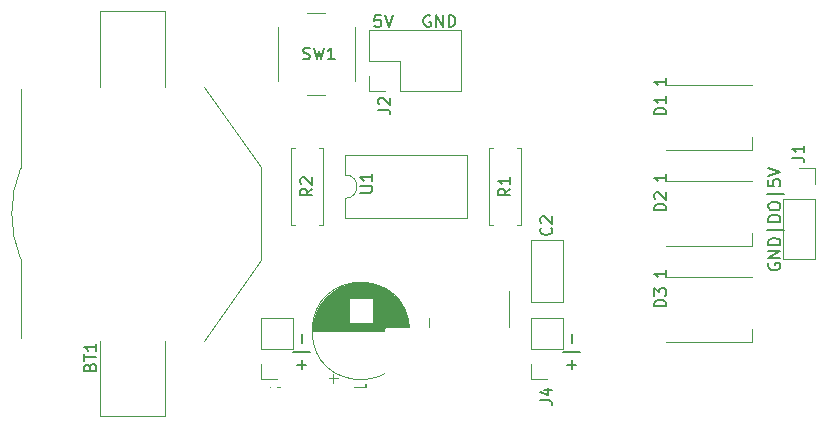
<source format=gto>
G04 #@! TF.GenerationSoftware,KiCad,Pcbnew,5.1.6-c6e7f7d~87~ubuntu20.04.1*
G04 #@! TF.CreationDate,2020-07-30T22:17:07+05:30*
G04 #@! TF.ProjectId,tiny_blinky,74696e79-5f62-46c6-996e-6b792e6b6963,rev1*
G04 #@! TF.SameCoordinates,Original*
G04 #@! TF.FileFunction,Legend,Top*
G04 #@! TF.FilePolarity,Positive*
%FSLAX46Y46*%
G04 Gerber Fmt 4.6, Leading zero omitted, Abs format (unit mm)*
G04 Created by KiCad (PCBNEW 5.1.6-c6e7f7d~87~ubuntu20.04.1) date 2020-07-30 22:17:07*
%MOMM*%
%LPD*%
G01*
G04 APERTURE LIST*
%ADD10C,0.120000*%
%ADD11C,0.150000*%
%ADD12C,0.203200*%
%ADD13R,5.200000X5.200000*%
%ADD14C,15.340000*%
%ADD15C,2.100000*%
%ADD16R,1.700000X1.700000*%
%ADD17C,1.700000*%
%ADD18R,1.600000X1.100000*%
%ADD19C,6.500000*%
%ADD20C,0.900000*%
%ADD21R,1.800000X1.800000*%
%ADD22O,1.800000X1.800000*%
%ADD23O,1.700000X1.700000*%
%ADD24R,3.900000X2.100000*%
%ADD25R,1.600000X2.100000*%
%ADD26C,0.254000*%
G04 APERTURE END LIST*
D10*
X50082000Y-33655000D02*
X50082000Y-40050000D01*
X55582000Y-33655000D02*
X50082000Y-33655000D01*
X55582000Y-40050000D02*
X55582000Y-33655000D01*
X55582000Y-67945000D02*
X55582000Y-61550000D01*
X50082000Y-67945000D02*
X55582000Y-67945000D01*
X50082000Y-61550000D02*
X50082000Y-67945000D01*
X43332000Y-40250000D02*
X43332000Y-46950000D01*
X43332000Y-61350000D02*
X43332000Y-54650000D01*
X63682000Y-46850000D02*
X58882000Y-40050000D01*
X63682000Y-54750000D02*
X63682000Y-46850000D01*
X58882000Y-61600000D02*
X63682000Y-54750000D01*
X43330536Y-54646385D02*
G75*
G02*
X43332000Y-46950000I9501464J3846385D01*
G01*
X67612000Y-40786000D02*
X69112000Y-40786000D01*
X71612000Y-39536000D02*
X71612000Y-35036000D01*
X69112000Y-33786000D02*
X67612000Y-33786000D01*
X65112000Y-35036000D02*
X65112000Y-39536000D01*
X69421000Y-64743698D02*
X70221000Y-64743698D01*
X69821000Y-65143698D02*
X69821000Y-64343698D01*
X71603000Y-56653000D02*
X72669000Y-56653000D01*
X71368000Y-56693000D02*
X72904000Y-56693000D01*
X71188000Y-56733000D02*
X73084000Y-56733000D01*
X71038000Y-56773000D02*
X73234000Y-56773000D01*
X70907000Y-56813000D02*
X73365000Y-56813000D01*
X70790000Y-56853000D02*
X73482000Y-56853000D01*
X70683000Y-56893000D02*
X73589000Y-56893000D01*
X70584000Y-56933000D02*
X73688000Y-56933000D01*
X70491000Y-56973000D02*
X73781000Y-56973000D01*
X70405000Y-57013000D02*
X73867000Y-57013000D01*
X70323000Y-57053000D02*
X73949000Y-57053000D01*
X70246000Y-57093000D02*
X74026000Y-57093000D01*
X70172000Y-57133000D02*
X74100000Y-57133000D01*
X70102000Y-57173000D02*
X74170000Y-57173000D01*
X70034000Y-57213000D02*
X74238000Y-57213000D01*
X69970000Y-57253000D02*
X74302000Y-57253000D01*
X69908000Y-57293000D02*
X74364000Y-57293000D01*
X69849000Y-57333000D02*
X74423000Y-57333000D01*
X69791000Y-57373000D02*
X74481000Y-57373000D01*
X69736000Y-57413000D02*
X74536000Y-57413000D01*
X69682000Y-57453000D02*
X74590000Y-57453000D01*
X69631000Y-57493000D02*
X74641000Y-57493000D01*
X69580000Y-57533000D02*
X74692000Y-57533000D01*
X69532000Y-57573000D02*
X74740000Y-57573000D01*
X69485000Y-57613000D02*
X74787000Y-57613000D01*
X69439000Y-57653000D02*
X74833000Y-57653000D01*
X69395000Y-57693000D02*
X74877000Y-57693000D01*
X69352000Y-57733000D02*
X74920000Y-57733000D01*
X69310000Y-57773000D02*
X74962000Y-57773000D01*
X69269000Y-57813000D02*
X75003000Y-57813000D01*
X69229000Y-57853000D02*
X75043000Y-57853000D01*
X69191000Y-57893000D02*
X75081000Y-57893000D01*
X69153000Y-57933000D02*
X75119000Y-57933000D01*
X73176000Y-57973000D02*
X75155000Y-57973000D01*
X69117000Y-57973000D02*
X71096000Y-57973000D01*
X73176000Y-58013000D02*
X75191000Y-58013000D01*
X69081000Y-58013000D02*
X71096000Y-58013000D01*
X73176000Y-58053000D02*
X75226000Y-58053000D01*
X69046000Y-58053000D02*
X71096000Y-58053000D01*
X73176000Y-58093000D02*
X75260000Y-58093000D01*
X69012000Y-58093000D02*
X71096000Y-58093000D01*
X73176000Y-58133000D02*
X75292000Y-58133000D01*
X68980000Y-58133000D02*
X71096000Y-58133000D01*
X73176000Y-58173000D02*
X75325000Y-58173000D01*
X68947000Y-58173000D02*
X71096000Y-58173000D01*
X73176000Y-58213000D02*
X75356000Y-58213000D01*
X68916000Y-58213000D02*
X71096000Y-58213000D01*
X73176000Y-58253000D02*
X75386000Y-58253000D01*
X68886000Y-58253000D02*
X71096000Y-58253000D01*
X73176000Y-58293000D02*
X75416000Y-58293000D01*
X68856000Y-58293000D02*
X71096000Y-58293000D01*
X73176000Y-58333000D02*
X75445000Y-58333000D01*
X68827000Y-58333000D02*
X71096000Y-58333000D01*
X73176000Y-58373000D02*
X75474000Y-58373000D01*
X68798000Y-58373000D02*
X71096000Y-58373000D01*
X73176000Y-58413000D02*
X75501000Y-58413000D01*
X68771000Y-58413000D02*
X71096000Y-58413000D01*
X73176000Y-58453000D02*
X75528000Y-58453000D01*
X68744000Y-58453000D02*
X71096000Y-58453000D01*
X73176000Y-58493000D02*
X75554000Y-58493000D01*
X68718000Y-58493000D02*
X71096000Y-58493000D01*
X73176000Y-58533000D02*
X75580000Y-58533000D01*
X68692000Y-58533000D02*
X71096000Y-58533000D01*
X73176000Y-58573000D02*
X75605000Y-58573000D01*
X68667000Y-58573000D02*
X71096000Y-58573000D01*
X73176000Y-58613000D02*
X75629000Y-58613000D01*
X68643000Y-58613000D02*
X71096000Y-58613000D01*
X73176000Y-58653000D02*
X75653000Y-58653000D01*
X68619000Y-58653000D02*
X71096000Y-58653000D01*
X73176000Y-58693000D02*
X75676000Y-58693000D01*
X68596000Y-58693000D02*
X71096000Y-58693000D01*
X73176000Y-58733000D02*
X75698000Y-58733000D01*
X68574000Y-58733000D02*
X71096000Y-58733000D01*
X73176000Y-58773000D02*
X75720000Y-58773000D01*
X68552000Y-58773000D02*
X71096000Y-58773000D01*
X73176000Y-58813000D02*
X75742000Y-58813000D01*
X68530000Y-58813000D02*
X71096000Y-58813000D01*
X73176000Y-58853000D02*
X75763000Y-58853000D01*
X68509000Y-58853000D02*
X71096000Y-58853000D01*
X73176000Y-58893000D02*
X75783000Y-58893000D01*
X68489000Y-58893000D02*
X71096000Y-58893000D01*
X73176000Y-58933000D02*
X75802000Y-58933000D01*
X68470000Y-58933000D02*
X71096000Y-58933000D01*
X73176000Y-58973000D02*
X75822000Y-58973000D01*
X68450000Y-58973000D02*
X71096000Y-58973000D01*
X73176000Y-59013000D02*
X75840000Y-59013000D01*
X68432000Y-59013000D02*
X71096000Y-59013000D01*
X73176000Y-59053000D02*
X75858000Y-59053000D01*
X68414000Y-59053000D02*
X71096000Y-59053000D01*
X73176000Y-59093000D02*
X75876000Y-59093000D01*
X68396000Y-59093000D02*
X71096000Y-59093000D01*
X73176000Y-59133000D02*
X75893000Y-59133000D01*
X68379000Y-59133000D02*
X71096000Y-59133000D01*
X73176000Y-59173000D02*
X75910000Y-59173000D01*
X68362000Y-59173000D02*
X71096000Y-59173000D01*
X73176000Y-59213000D02*
X75926000Y-59213000D01*
X68346000Y-59213000D02*
X71096000Y-59213000D01*
X73176000Y-59253000D02*
X75941000Y-59253000D01*
X68331000Y-59253000D02*
X71096000Y-59253000D01*
X73176000Y-59293000D02*
X75957000Y-59293000D01*
X68315000Y-59293000D02*
X71096000Y-59293000D01*
X73176000Y-59333000D02*
X75971000Y-59333000D01*
X68301000Y-59333000D02*
X71096000Y-59333000D01*
X73176000Y-59373000D02*
X75986000Y-59373000D01*
X68286000Y-59373000D02*
X71096000Y-59373000D01*
X73176000Y-59413000D02*
X75999000Y-59413000D01*
X68273000Y-59413000D02*
X71096000Y-59413000D01*
X73176000Y-59453000D02*
X76013000Y-59453000D01*
X68259000Y-59453000D02*
X71096000Y-59453000D01*
X73176000Y-59493000D02*
X76025000Y-59493000D01*
X68247000Y-59493000D02*
X71096000Y-59493000D01*
X73176000Y-59533000D02*
X76038000Y-59533000D01*
X68234000Y-59533000D02*
X71096000Y-59533000D01*
X73176000Y-59573000D02*
X76050000Y-59573000D01*
X68222000Y-59573000D02*
X71096000Y-59573000D01*
X73176000Y-59613000D02*
X76061000Y-59613000D01*
X68211000Y-59613000D02*
X71096000Y-59613000D01*
X73176000Y-59653000D02*
X76072000Y-59653000D01*
X68200000Y-59653000D02*
X71096000Y-59653000D01*
X73176000Y-59693000D02*
X76083000Y-59693000D01*
X68189000Y-59693000D02*
X71096000Y-59693000D01*
X73176000Y-59733000D02*
X76093000Y-59733000D01*
X68179000Y-59733000D02*
X71096000Y-59733000D01*
X73176000Y-59773000D02*
X76103000Y-59773000D01*
X68169000Y-59773000D02*
X71096000Y-59773000D01*
X73176000Y-59813000D02*
X76112000Y-59813000D01*
X68160000Y-59813000D02*
X71096000Y-59813000D01*
X73176000Y-59853000D02*
X76121000Y-59853000D01*
X68151000Y-59853000D02*
X71096000Y-59853000D01*
X73176000Y-59893000D02*
X76130000Y-59893000D01*
X68142000Y-59893000D02*
X71096000Y-59893000D01*
X73176000Y-59933000D02*
X76138000Y-59933000D01*
X68134000Y-59933000D02*
X71096000Y-59933000D01*
X73176000Y-59973000D02*
X76146000Y-59973000D01*
X68126000Y-59973000D02*
X71096000Y-59973000D01*
X73176000Y-60013000D02*
X76153000Y-60013000D01*
X68119000Y-60013000D02*
X71096000Y-60013000D01*
X68112000Y-60054000D02*
X76160000Y-60054000D01*
X68106000Y-60094000D02*
X76166000Y-60094000D01*
X68099000Y-60134000D02*
X76173000Y-60134000D01*
X68094000Y-60174000D02*
X76178000Y-60174000D01*
X68088000Y-60214000D02*
X76184000Y-60214000D01*
X68084000Y-60254000D02*
X76188000Y-60254000D01*
X68079000Y-60294000D02*
X76193000Y-60294000D01*
X68075000Y-60334000D02*
X76197000Y-60334000D01*
X68071000Y-60374000D02*
X76201000Y-60374000D01*
X68068000Y-60414000D02*
X76204000Y-60414000D01*
X68065000Y-60454000D02*
X76207000Y-60454000D01*
X68062000Y-60494000D02*
X76210000Y-60494000D01*
X68060000Y-60534000D02*
X76212000Y-60534000D01*
X68059000Y-60574000D02*
X76213000Y-60574000D01*
X68057000Y-60614000D02*
X76215000Y-60614000D01*
X68056000Y-60654000D02*
X76216000Y-60654000D01*
X68056000Y-60694000D02*
X76216000Y-60694000D01*
X68056000Y-60734000D02*
X76216000Y-60734000D01*
X76256000Y-60734000D02*
G75*
G03*
X76256000Y-60734000I-4120000J0D01*
G01*
X86514000Y-53026000D02*
X89254000Y-53026000D01*
X86514000Y-58266000D02*
X89254000Y-58266000D01*
X89254000Y-58266000D02*
X89254000Y-53026000D01*
X86514000Y-58266000D02*
X86514000Y-53026000D01*
X105250000Y-45422000D02*
X105250000Y-44272000D01*
X97950000Y-45422000D02*
X105250000Y-45422000D01*
X97950000Y-39922000D02*
X105250000Y-39922000D01*
X105250000Y-53550000D02*
X105250000Y-52400000D01*
X97950000Y-53550000D02*
X105250000Y-53550000D01*
X97950000Y-48050000D02*
X105250000Y-48050000D01*
X97950000Y-56178000D02*
X105250000Y-56178000D01*
X97950000Y-61678000D02*
X105250000Y-61678000D01*
X105250000Y-61678000D02*
X105250000Y-60528000D01*
X109220000Y-46930000D02*
X110550000Y-46930000D01*
X110550000Y-46930000D02*
X110550000Y-48260000D01*
X110550000Y-49530000D02*
X110550000Y-54670000D01*
X107890000Y-54670000D02*
X110550000Y-54670000D01*
X107890000Y-49530000D02*
X107890000Y-54670000D01*
X107890000Y-49530000D02*
X110550000Y-49530000D01*
X72838000Y-40446000D02*
X72838000Y-39116000D01*
X74168000Y-40446000D02*
X72838000Y-40446000D01*
X72838000Y-37846000D02*
X72838000Y-35246000D01*
X75438000Y-37846000D02*
X72838000Y-37846000D01*
X75438000Y-40446000D02*
X75438000Y-37846000D01*
X72838000Y-35246000D02*
X80578000Y-35246000D01*
X75438000Y-40446000D02*
X80578000Y-40446000D01*
X80578000Y-40446000D02*
X80578000Y-35246000D01*
X66354000Y-62230000D02*
X63694000Y-62230000D01*
X66354000Y-62230000D02*
X66354000Y-59630000D01*
X66354000Y-59630000D02*
X63694000Y-59630000D01*
X63694000Y-62230000D02*
X63694000Y-59630000D01*
X63694000Y-64830000D02*
X63694000Y-63500000D01*
X65024000Y-64830000D02*
X63694000Y-64830000D01*
X87884000Y-64830000D02*
X86554000Y-64830000D01*
X86554000Y-64830000D02*
X86554000Y-63500000D01*
X86554000Y-62230000D02*
X86554000Y-59630000D01*
X89214000Y-59630000D02*
X86554000Y-59630000D01*
X89214000Y-62230000D02*
X89214000Y-59630000D01*
X89214000Y-62230000D02*
X86554000Y-62230000D01*
X82958000Y-51784000D02*
X83288000Y-51784000D01*
X82958000Y-45244000D02*
X82958000Y-51784000D01*
X83288000Y-45244000D02*
X82958000Y-45244000D01*
X85698000Y-51784000D02*
X85368000Y-51784000D01*
X85698000Y-45244000D02*
X85698000Y-51784000D01*
X85368000Y-45244000D02*
X85698000Y-45244000D01*
X68604000Y-45244000D02*
X68934000Y-45244000D01*
X68934000Y-45244000D02*
X68934000Y-51784000D01*
X68934000Y-51784000D02*
X68604000Y-51784000D01*
X66524000Y-45244000D02*
X66194000Y-45244000D01*
X66194000Y-45244000D02*
X66194000Y-51784000D01*
X66194000Y-51784000D02*
X66524000Y-51784000D01*
X70806000Y-45864000D02*
X70806000Y-47514000D01*
X81086000Y-45864000D02*
X70806000Y-45864000D01*
X81086000Y-51164000D02*
X81086000Y-45864000D01*
X70806000Y-51164000D02*
X81086000Y-51164000D01*
X70806000Y-49514000D02*
X70806000Y-51164000D01*
X70806000Y-47514000D02*
G75*
G02*
X70806000Y-49514000I0J-1000000D01*
G01*
X84690000Y-57368000D02*
X84690000Y-63378000D01*
X77870000Y-59618000D02*
X77870000Y-63378000D01*
X84690000Y-63378000D02*
X83430000Y-63378000D01*
X77870000Y-63378000D02*
X79130000Y-63378000D01*
D11*
X49204571Y-63777714D02*
X49252190Y-63634857D01*
X49299809Y-63587238D01*
X49395047Y-63539619D01*
X49537904Y-63539619D01*
X49633142Y-63587238D01*
X49680761Y-63634857D01*
X49728380Y-63730095D01*
X49728380Y-64111047D01*
X48728380Y-64111047D01*
X48728380Y-63777714D01*
X48776000Y-63682476D01*
X48823619Y-63634857D01*
X48918857Y-63587238D01*
X49014095Y-63587238D01*
X49109333Y-63634857D01*
X49156952Y-63682476D01*
X49204571Y-63777714D01*
X49204571Y-64111047D01*
X48728380Y-63253904D02*
X48728380Y-62682476D01*
X49728380Y-62968190D02*
X48728380Y-62968190D01*
X49728380Y-61825333D02*
X49728380Y-62396761D01*
X49728380Y-62111047D02*
X48728380Y-62111047D01*
X48871238Y-62206285D01*
X48966476Y-62301523D01*
X49014095Y-62396761D01*
X67246666Y-37690761D02*
X67389523Y-37738380D01*
X67627619Y-37738380D01*
X67722857Y-37690761D01*
X67770476Y-37643142D01*
X67818095Y-37547904D01*
X67818095Y-37452666D01*
X67770476Y-37357428D01*
X67722857Y-37309809D01*
X67627619Y-37262190D01*
X67437142Y-37214571D01*
X67341904Y-37166952D01*
X67294285Y-37119333D01*
X67246666Y-37024095D01*
X67246666Y-36928857D01*
X67294285Y-36833619D01*
X67341904Y-36786000D01*
X67437142Y-36738380D01*
X67675238Y-36738380D01*
X67818095Y-36786000D01*
X68151428Y-36738380D02*
X68389523Y-37738380D01*
X68580000Y-37024095D01*
X68770476Y-37738380D01*
X69008571Y-36738380D01*
X69913333Y-37738380D02*
X69341904Y-37738380D01*
X69627619Y-37738380D02*
X69627619Y-36738380D01*
X69532380Y-36881238D01*
X69437142Y-36976476D01*
X69341904Y-37024095D01*
X72493142Y-66206666D02*
X72540761Y-66254285D01*
X72588380Y-66397142D01*
X72588380Y-66492380D01*
X72540761Y-66635238D01*
X72445523Y-66730476D01*
X72350285Y-66778095D01*
X72159809Y-66825714D01*
X72016952Y-66825714D01*
X71826476Y-66778095D01*
X71731238Y-66730476D01*
X71636000Y-66635238D01*
X71588380Y-66492380D01*
X71588380Y-66397142D01*
X71636000Y-66254285D01*
X71683619Y-66206666D01*
X72588380Y-65254285D02*
X72588380Y-65825714D01*
X72588380Y-65540000D02*
X71588380Y-65540000D01*
X71731238Y-65635238D01*
X71826476Y-65730476D01*
X71874095Y-65825714D01*
X88241142Y-51982666D02*
X88288761Y-52030285D01*
X88336380Y-52173142D01*
X88336380Y-52268380D01*
X88288761Y-52411238D01*
X88193523Y-52506476D01*
X88098285Y-52554095D01*
X87907809Y-52601714D01*
X87764952Y-52601714D01*
X87574476Y-52554095D01*
X87479238Y-52506476D01*
X87384000Y-52411238D01*
X87336380Y-52268380D01*
X87336380Y-52173142D01*
X87384000Y-52030285D01*
X87431619Y-51982666D01*
X87431619Y-51601714D02*
X87384000Y-51554095D01*
X87336380Y-51458857D01*
X87336380Y-51220761D01*
X87384000Y-51125523D01*
X87431619Y-51077904D01*
X87526857Y-51030285D01*
X87622095Y-51030285D01*
X87764952Y-51077904D01*
X88336380Y-51649333D01*
X88336380Y-51030285D01*
X97988380Y-42394095D02*
X96988380Y-42394095D01*
X96988380Y-42156000D01*
X97036000Y-42013142D01*
X97131238Y-41917904D01*
X97226476Y-41870285D01*
X97416952Y-41822666D01*
X97559809Y-41822666D01*
X97750285Y-41870285D01*
X97845523Y-41917904D01*
X97940761Y-42013142D01*
X97988380Y-42156000D01*
X97988380Y-42394095D01*
X97988380Y-40870285D02*
X97988380Y-41441714D01*
X97988380Y-41156000D02*
X96988380Y-41156000D01*
X97131238Y-41251238D01*
X97226476Y-41346476D01*
X97274095Y-41441714D01*
X97988380Y-39338285D02*
X97988380Y-39909714D01*
X97988380Y-39624000D02*
X96988380Y-39624000D01*
X97131238Y-39719238D01*
X97226476Y-39814476D01*
X97274095Y-39909714D01*
X97988380Y-50522095D02*
X96988380Y-50522095D01*
X96988380Y-50284000D01*
X97036000Y-50141142D01*
X97131238Y-50045904D01*
X97226476Y-49998285D01*
X97416952Y-49950666D01*
X97559809Y-49950666D01*
X97750285Y-49998285D01*
X97845523Y-50045904D01*
X97940761Y-50141142D01*
X97988380Y-50284000D01*
X97988380Y-50522095D01*
X97083619Y-49569714D02*
X97036000Y-49522095D01*
X96988380Y-49426857D01*
X96988380Y-49188761D01*
X97036000Y-49093523D01*
X97083619Y-49045904D01*
X97178857Y-48998285D01*
X97274095Y-48998285D01*
X97416952Y-49045904D01*
X97988380Y-49617333D01*
X97988380Y-48998285D01*
X97988380Y-47466285D02*
X97988380Y-48037714D01*
X97988380Y-47752000D02*
X96988380Y-47752000D01*
X97131238Y-47847238D01*
X97226476Y-47942476D01*
X97274095Y-48037714D01*
X97988380Y-58650095D02*
X96988380Y-58650095D01*
X96988380Y-58412000D01*
X97036000Y-58269142D01*
X97131238Y-58173904D01*
X97226476Y-58126285D01*
X97416952Y-58078666D01*
X97559809Y-58078666D01*
X97750285Y-58126285D01*
X97845523Y-58173904D01*
X97940761Y-58269142D01*
X97988380Y-58412000D01*
X97988380Y-58650095D01*
X96988380Y-57745333D02*
X96988380Y-57126285D01*
X97369333Y-57459619D01*
X97369333Y-57316761D01*
X97416952Y-57221523D01*
X97464571Y-57173904D01*
X97559809Y-57126285D01*
X97797904Y-57126285D01*
X97893142Y-57173904D01*
X97940761Y-57221523D01*
X97988380Y-57316761D01*
X97988380Y-57602476D01*
X97940761Y-57697714D01*
X97893142Y-57745333D01*
X97988380Y-55594285D02*
X97988380Y-56165714D01*
X97988380Y-55880000D02*
X96988380Y-55880000D01*
X97131238Y-55975238D01*
X97226476Y-56070476D01*
X97274095Y-56165714D01*
X108672380Y-46053333D02*
X109386666Y-46053333D01*
X109529523Y-46100952D01*
X109624761Y-46196190D01*
X109672380Y-46339047D01*
X109672380Y-46434285D01*
X109672380Y-45053333D02*
X109672380Y-45624761D01*
X109672380Y-45339047D02*
X108672380Y-45339047D01*
X108815238Y-45434285D01*
X108910476Y-45529523D01*
X108958095Y-45624761D01*
D12*
X106680000Y-55009142D02*
X106631619Y-55105904D01*
X106631619Y-55251047D01*
X106680000Y-55396190D01*
X106776761Y-55492952D01*
X106873523Y-55541333D01*
X107067047Y-55589714D01*
X107212190Y-55589714D01*
X107405714Y-55541333D01*
X107502476Y-55492952D01*
X107599238Y-55396190D01*
X107647619Y-55251047D01*
X107647619Y-55154285D01*
X107599238Y-55009142D01*
X107550857Y-54960761D01*
X107212190Y-54960761D01*
X107212190Y-55154285D01*
X107647619Y-54525333D02*
X106631619Y-54525333D01*
X107647619Y-53944761D01*
X106631619Y-53944761D01*
X107647619Y-53460952D02*
X106631619Y-53460952D01*
X106631619Y-53219047D01*
X106680000Y-53073904D01*
X106776761Y-52977142D01*
X106873523Y-52928761D01*
X107067047Y-52880380D01*
X107212190Y-52880380D01*
X107405714Y-52928761D01*
X107502476Y-52977142D01*
X107599238Y-53073904D01*
X107647619Y-53219047D01*
X107647619Y-53460952D01*
X107986285Y-52203047D02*
X106534857Y-52203047D01*
X107647619Y-51477333D02*
X106631619Y-51477333D01*
X106631619Y-51235428D01*
X106680000Y-51090285D01*
X106776761Y-50993523D01*
X106873523Y-50945142D01*
X107067047Y-50896761D01*
X107212190Y-50896761D01*
X107405714Y-50945142D01*
X107502476Y-50993523D01*
X107599238Y-51090285D01*
X107647619Y-51235428D01*
X107647619Y-51477333D01*
X106631619Y-50267809D02*
X106631619Y-50074285D01*
X106680000Y-49977523D01*
X106776761Y-49880761D01*
X106970285Y-49832380D01*
X107308952Y-49832380D01*
X107502476Y-49880761D01*
X107599238Y-49977523D01*
X107647619Y-50074285D01*
X107647619Y-50267809D01*
X107599238Y-50364571D01*
X107502476Y-50461333D01*
X107308952Y-50509714D01*
X106970285Y-50509714D01*
X106776761Y-50461333D01*
X106680000Y-50364571D01*
X106631619Y-50267809D01*
X107986285Y-49155047D02*
X106534857Y-49155047D01*
X106631619Y-47945523D02*
X106631619Y-48429333D01*
X107115428Y-48477714D01*
X107067047Y-48429333D01*
X107018666Y-48332571D01*
X107018666Y-48090666D01*
X107067047Y-47993904D01*
X107115428Y-47945523D01*
X107212190Y-47897142D01*
X107454095Y-47897142D01*
X107550857Y-47945523D01*
X107599238Y-47993904D01*
X107647619Y-48090666D01*
X107647619Y-48332571D01*
X107599238Y-48429333D01*
X107550857Y-48477714D01*
X106631619Y-47606857D02*
X107647619Y-47268190D01*
X106631619Y-46929523D01*
D11*
X73620380Y-41989333D02*
X74334666Y-41989333D01*
X74477523Y-42036952D01*
X74572761Y-42132190D01*
X74620380Y-42275047D01*
X74620380Y-42370285D01*
X73715619Y-41560761D02*
X73668000Y-41513142D01*
X73620380Y-41417904D01*
X73620380Y-41179809D01*
X73668000Y-41084571D01*
X73715619Y-41036952D01*
X73810857Y-40989333D01*
X73906095Y-40989333D01*
X74048952Y-41036952D01*
X74620380Y-41608380D01*
X74620380Y-40989333D01*
D12*
X73805142Y-33987619D02*
X73321333Y-33987619D01*
X73272952Y-34471428D01*
X73321333Y-34423047D01*
X73418095Y-34374666D01*
X73660000Y-34374666D01*
X73756761Y-34423047D01*
X73805142Y-34471428D01*
X73853523Y-34568190D01*
X73853523Y-34810095D01*
X73805142Y-34906857D01*
X73756761Y-34955238D01*
X73660000Y-35003619D01*
X73418095Y-35003619D01*
X73321333Y-34955238D01*
X73272952Y-34906857D01*
X74143809Y-33987619D02*
X74482476Y-35003619D01*
X74821142Y-33987619D01*
X78014285Y-34036000D02*
X77917523Y-33987619D01*
X77772380Y-33987619D01*
X77627238Y-34036000D01*
X77530476Y-34132761D01*
X77482095Y-34229523D01*
X77433714Y-34423047D01*
X77433714Y-34568190D01*
X77482095Y-34761714D01*
X77530476Y-34858476D01*
X77627238Y-34955238D01*
X77772380Y-35003619D01*
X77869142Y-35003619D01*
X78014285Y-34955238D01*
X78062666Y-34906857D01*
X78062666Y-34568190D01*
X77869142Y-34568190D01*
X78498095Y-35003619D02*
X78498095Y-33987619D01*
X79078666Y-35003619D01*
X79078666Y-33987619D01*
X79562476Y-35003619D02*
X79562476Y-33987619D01*
X79804380Y-33987619D01*
X79949523Y-34036000D01*
X80046285Y-34132761D01*
X80094666Y-34229523D01*
X80143047Y-34423047D01*
X80143047Y-34568190D01*
X80094666Y-34761714D01*
X80046285Y-34858476D01*
X79949523Y-34955238D01*
X79804380Y-35003619D01*
X79562476Y-35003619D01*
D11*
X64476380Y-66603333D02*
X65190666Y-66603333D01*
X65333523Y-66650952D01*
X65428761Y-66746190D01*
X65476380Y-66889047D01*
X65476380Y-66984285D01*
X64476380Y-66222380D02*
X64476380Y-65603333D01*
X64857333Y-65936666D01*
X64857333Y-65793809D01*
X64904952Y-65698571D01*
X64952571Y-65650952D01*
X65047809Y-65603333D01*
X65285904Y-65603333D01*
X65381142Y-65650952D01*
X65428761Y-65698571D01*
X65476380Y-65793809D01*
X65476380Y-66079523D01*
X65428761Y-66174761D01*
X65381142Y-66222380D01*
D12*
X67128571Y-63983809D02*
X67128571Y-63209714D01*
X67515619Y-63596761D02*
X66741523Y-63596761D01*
X67854285Y-62484000D02*
X66402857Y-62484000D01*
X67128571Y-61758285D02*
X67128571Y-60984190D01*
D11*
X87336380Y-66603333D02*
X88050666Y-66603333D01*
X88193523Y-66650952D01*
X88288761Y-66746190D01*
X88336380Y-66889047D01*
X88336380Y-66984285D01*
X87669714Y-65698571D02*
X88336380Y-65698571D01*
X87288761Y-65936666D02*
X88003047Y-66174761D01*
X88003047Y-65555714D01*
D12*
X89988571Y-63983809D02*
X89988571Y-63209714D01*
X90375619Y-63596761D02*
X89601523Y-63596761D01*
X90714285Y-62484000D02*
X89262857Y-62484000D01*
X89988571Y-61758285D02*
X89988571Y-60984190D01*
D11*
X84780380Y-48680666D02*
X84304190Y-49014000D01*
X84780380Y-49252095D02*
X83780380Y-49252095D01*
X83780380Y-48871142D01*
X83828000Y-48775904D01*
X83875619Y-48728285D01*
X83970857Y-48680666D01*
X84113714Y-48680666D01*
X84208952Y-48728285D01*
X84256571Y-48775904D01*
X84304190Y-48871142D01*
X84304190Y-49252095D01*
X84780380Y-47728285D02*
X84780380Y-48299714D01*
X84780380Y-48014000D02*
X83780380Y-48014000D01*
X83923238Y-48109238D01*
X84018476Y-48204476D01*
X84066095Y-48299714D01*
X68016380Y-48680666D02*
X67540190Y-49014000D01*
X68016380Y-49252095D02*
X67016380Y-49252095D01*
X67016380Y-48871142D01*
X67064000Y-48775904D01*
X67111619Y-48728285D01*
X67206857Y-48680666D01*
X67349714Y-48680666D01*
X67444952Y-48728285D01*
X67492571Y-48775904D01*
X67540190Y-48871142D01*
X67540190Y-49252095D01*
X67111619Y-48299714D02*
X67064000Y-48252095D01*
X67016380Y-48156857D01*
X67016380Y-47918761D01*
X67064000Y-47823523D01*
X67111619Y-47775904D01*
X67206857Y-47728285D01*
X67302095Y-47728285D01*
X67444952Y-47775904D01*
X68016380Y-48347333D01*
X68016380Y-47728285D01*
X72096380Y-49021904D02*
X72905904Y-49021904D01*
X73001142Y-48974285D01*
X73048761Y-48926666D01*
X73096380Y-48831428D01*
X73096380Y-48640952D01*
X73048761Y-48545714D01*
X73001142Y-48498095D01*
X72905904Y-48450476D01*
X72096380Y-48450476D01*
X73096380Y-47450476D02*
X73096380Y-48021904D01*
X73096380Y-47736190D02*
X72096380Y-47736190D01*
X72239238Y-47831428D01*
X72334476Y-47926666D01*
X72382095Y-48021904D01*
X83780380Y-65277904D02*
X84589904Y-65277904D01*
X84685142Y-65230285D01*
X84732761Y-65182666D01*
X84780380Y-65087428D01*
X84780380Y-64896952D01*
X84732761Y-64801714D01*
X84685142Y-64754095D01*
X84589904Y-64706476D01*
X83780380Y-64706476D01*
X83875619Y-64277904D02*
X83828000Y-64230285D01*
X83780380Y-64135047D01*
X83780380Y-63896952D01*
X83828000Y-63801714D01*
X83875619Y-63754095D01*
X83970857Y-63706476D01*
X84066095Y-63706476D01*
X84208952Y-63754095D01*
X84780380Y-64325523D01*
X84780380Y-63706476D01*
%LPC*%
D13*
X52832000Y-36334700D03*
X52832000Y-65265300D03*
D14*
X52832000Y-50800000D03*
D15*
X70612000Y-40536000D03*
X66112000Y-40536000D03*
X70612000Y-34036000D03*
X66112000Y-34036000D03*
D16*
X72136000Y-62484000D03*
D17*
X72136000Y-58984000D03*
X87884000Y-56896000D03*
X87884000Y-54396000D03*
D18*
X104050000Y-44272000D03*
X104050000Y-41072000D03*
X99150000Y-44272000D03*
X99150000Y-41072000D03*
X104050000Y-52400000D03*
X104050000Y-49200000D03*
X99150000Y-52400000D03*
X99150000Y-49200000D03*
X99150000Y-57328000D03*
X99150000Y-60528000D03*
X104050000Y-57328000D03*
X104050000Y-60528000D03*
D19*
X92456000Y-67564000D03*
D20*
X94856000Y-67564000D03*
X94153056Y-69261056D03*
X92456000Y-69964000D03*
X90758944Y-69261056D03*
X90056000Y-67564000D03*
X90758944Y-65866944D03*
X92456000Y-65164000D03*
X94153056Y-65866944D03*
X94153056Y-32338944D03*
X92456000Y-31636000D03*
X90758944Y-32338944D03*
X90056000Y-34036000D03*
X90758944Y-35733056D03*
X92456000Y-36436000D03*
X94153056Y-35733056D03*
X94856000Y-34036000D03*
D19*
X92456000Y-34036000D03*
X44196000Y-34036000D03*
D20*
X46596000Y-34036000D03*
X45893056Y-35733056D03*
X44196000Y-36436000D03*
X42498944Y-35733056D03*
X41796000Y-34036000D03*
X42498944Y-32338944D03*
X44196000Y-31636000D03*
X45893056Y-32338944D03*
X45893056Y-65866944D03*
X44196000Y-65164000D03*
X42498944Y-65866944D03*
X41796000Y-67564000D03*
X42498944Y-69261056D03*
X44196000Y-69964000D03*
X45893056Y-69261056D03*
X46596000Y-67564000D03*
D19*
X44196000Y-67564000D03*
D21*
X109220000Y-48260000D03*
D22*
X109220000Y-50800000D03*
X109220000Y-53340000D03*
D21*
X74168000Y-39116000D03*
D22*
X74168000Y-36576000D03*
X76708000Y-39116000D03*
X76708000Y-36576000D03*
X79248000Y-39116000D03*
X79248000Y-36576000D03*
X65024000Y-60960000D03*
D21*
X65024000Y-63500000D03*
X87884000Y-63500000D03*
D22*
X87884000Y-60960000D03*
D17*
X84328000Y-44704000D03*
D23*
X84328000Y-52324000D03*
X67564000Y-52324000D03*
D17*
X67564000Y-44704000D03*
D16*
X72136000Y-52324000D03*
D23*
X79756000Y-44704000D03*
X74676000Y-52324000D03*
X77216000Y-44704000D03*
X77216000Y-52324000D03*
X74676000Y-44704000D03*
X79756000Y-52324000D03*
X72136000Y-44704000D03*
D24*
X81280000Y-64618000D03*
D25*
X81280000Y-58318000D03*
X78980000Y-58318000D03*
X83580000Y-58318000D03*
D26*
G36*
X85725000Y-70485000D02*
G01*
X57531000Y-70485000D01*
X57531000Y-65659000D01*
X74168000Y-65659000D01*
X74192776Y-65656560D01*
X74216601Y-65649333D01*
X74238557Y-65637597D01*
X74257803Y-65621803D01*
X74273597Y-65602557D01*
X74285333Y-65580601D01*
X74292560Y-65556776D01*
X74295000Y-65532000D01*
X74295000Y-60579000D01*
X85725000Y-60579000D01*
X85725000Y-70485000D01*
G37*
X85725000Y-70485000D02*
X57531000Y-70485000D01*
X57531000Y-65659000D01*
X74168000Y-65659000D01*
X74192776Y-65656560D01*
X74216601Y-65649333D01*
X74238557Y-65637597D01*
X74257803Y-65621803D01*
X74273597Y-65602557D01*
X74285333Y-65580601D01*
X74292560Y-65556776D01*
X74295000Y-65532000D01*
X74295000Y-60579000D01*
X85725000Y-60579000D01*
X85725000Y-70485000D01*
M02*

</source>
